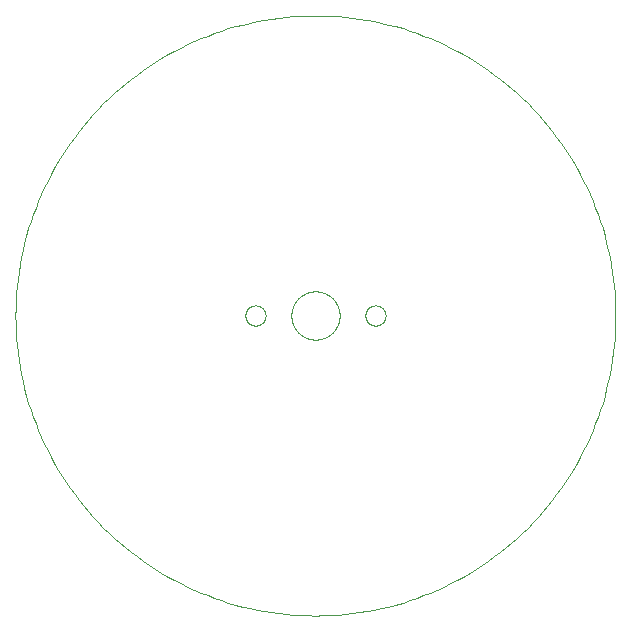
<source format=gko>
G75*
%MOIN*%
%OFA0B0*%
%FSLAX25Y25*%
%IPPOS*%
%LPD*%
%AMOC8*
5,1,8,0,0,1.08239X$1,22.5*
%
%ADD10C,0.00300*%
%ADD11C,0.00000*%
D10*
X0003300Y0103300D02*
X0003330Y0105754D01*
X0003420Y0108207D01*
X0003571Y0110656D01*
X0003782Y0113102D01*
X0004052Y0115541D01*
X0004382Y0117973D01*
X0004772Y0120396D01*
X0005221Y0122809D01*
X0005730Y0125210D01*
X0006297Y0127598D01*
X0006922Y0129971D01*
X0007606Y0132328D01*
X0008347Y0134668D01*
X0009146Y0136989D01*
X0010001Y0139290D01*
X0010912Y0141568D01*
X0011879Y0143824D01*
X0012901Y0146056D01*
X0013978Y0148261D01*
X0015108Y0150440D01*
X0016291Y0152590D01*
X0017527Y0154710D01*
X0018815Y0156800D01*
X0020153Y0158857D01*
X0021542Y0160881D01*
X0022979Y0162870D01*
X0024465Y0164823D01*
X0025999Y0166739D01*
X0027579Y0168617D01*
X0029205Y0170456D01*
X0030875Y0172254D01*
X0032589Y0174011D01*
X0034346Y0175725D01*
X0036144Y0177395D01*
X0037983Y0179021D01*
X0039861Y0180601D01*
X0041777Y0182135D01*
X0043730Y0183621D01*
X0045719Y0185058D01*
X0047743Y0186447D01*
X0049800Y0187785D01*
X0051890Y0189073D01*
X0054010Y0190309D01*
X0056160Y0191492D01*
X0058339Y0192622D01*
X0060544Y0193699D01*
X0062776Y0194721D01*
X0065032Y0195688D01*
X0067310Y0196599D01*
X0069611Y0197454D01*
X0071932Y0198253D01*
X0074272Y0198994D01*
X0076629Y0199678D01*
X0079002Y0200303D01*
X0081390Y0200870D01*
X0083791Y0201379D01*
X0086204Y0201828D01*
X0088627Y0202218D01*
X0091059Y0202548D01*
X0093498Y0202818D01*
X0095944Y0203029D01*
X0098393Y0203180D01*
X0100846Y0203270D01*
X0103300Y0203300D01*
X0105754Y0203270D01*
X0108207Y0203180D01*
X0110656Y0203029D01*
X0113102Y0202818D01*
X0115541Y0202548D01*
X0117973Y0202218D01*
X0120396Y0201828D01*
X0122809Y0201379D01*
X0125210Y0200870D01*
X0127598Y0200303D01*
X0129971Y0199678D01*
X0132328Y0198994D01*
X0134668Y0198253D01*
X0136989Y0197454D01*
X0139290Y0196599D01*
X0141568Y0195688D01*
X0143824Y0194721D01*
X0146056Y0193699D01*
X0148261Y0192622D01*
X0150440Y0191492D01*
X0152590Y0190309D01*
X0154710Y0189073D01*
X0156800Y0187785D01*
X0158857Y0186447D01*
X0160881Y0185058D01*
X0162870Y0183621D01*
X0164823Y0182135D01*
X0166739Y0180601D01*
X0168617Y0179021D01*
X0170456Y0177395D01*
X0172254Y0175725D01*
X0174011Y0174011D01*
X0175725Y0172254D01*
X0177395Y0170456D01*
X0179021Y0168617D01*
X0180601Y0166739D01*
X0182135Y0164823D01*
X0183621Y0162870D01*
X0185058Y0160881D01*
X0186447Y0158857D01*
X0187785Y0156800D01*
X0189073Y0154710D01*
X0190309Y0152590D01*
X0191492Y0150440D01*
X0192622Y0148261D01*
X0193699Y0146056D01*
X0194721Y0143824D01*
X0195688Y0141568D01*
X0196599Y0139290D01*
X0197454Y0136989D01*
X0198253Y0134668D01*
X0198994Y0132328D01*
X0199678Y0129971D01*
X0200303Y0127598D01*
X0200870Y0125210D01*
X0201379Y0122809D01*
X0201828Y0120396D01*
X0202218Y0117973D01*
X0202548Y0115541D01*
X0202818Y0113102D01*
X0203029Y0110656D01*
X0203180Y0108207D01*
X0203270Y0105754D01*
X0203300Y0103300D01*
X0203270Y0100846D01*
X0203180Y0098393D01*
X0203029Y0095944D01*
X0202818Y0093498D01*
X0202548Y0091059D01*
X0202218Y0088627D01*
X0201828Y0086204D01*
X0201379Y0083791D01*
X0200870Y0081390D01*
X0200303Y0079002D01*
X0199678Y0076629D01*
X0198994Y0074272D01*
X0198253Y0071932D01*
X0197454Y0069611D01*
X0196599Y0067310D01*
X0195688Y0065032D01*
X0194721Y0062776D01*
X0193699Y0060544D01*
X0192622Y0058339D01*
X0191492Y0056160D01*
X0190309Y0054010D01*
X0189073Y0051890D01*
X0187785Y0049800D01*
X0186447Y0047743D01*
X0185058Y0045719D01*
X0183621Y0043730D01*
X0182135Y0041777D01*
X0180601Y0039861D01*
X0179021Y0037983D01*
X0177395Y0036144D01*
X0175725Y0034346D01*
X0174011Y0032589D01*
X0172254Y0030875D01*
X0170456Y0029205D01*
X0168617Y0027579D01*
X0166739Y0025999D01*
X0164823Y0024465D01*
X0162870Y0022979D01*
X0160881Y0021542D01*
X0158857Y0020153D01*
X0156800Y0018815D01*
X0154710Y0017527D01*
X0152590Y0016291D01*
X0150440Y0015108D01*
X0148261Y0013978D01*
X0146056Y0012901D01*
X0143824Y0011879D01*
X0141568Y0010912D01*
X0139290Y0010001D01*
X0136989Y0009146D01*
X0134668Y0008347D01*
X0132328Y0007606D01*
X0129971Y0006922D01*
X0127598Y0006297D01*
X0125210Y0005730D01*
X0122809Y0005221D01*
X0120396Y0004772D01*
X0117973Y0004382D01*
X0115541Y0004052D01*
X0113102Y0003782D01*
X0110656Y0003571D01*
X0108207Y0003420D01*
X0105754Y0003330D01*
X0103300Y0003300D01*
X0100846Y0003330D01*
X0098393Y0003420D01*
X0095944Y0003571D01*
X0093498Y0003782D01*
X0091059Y0004052D01*
X0088627Y0004382D01*
X0086204Y0004772D01*
X0083791Y0005221D01*
X0081390Y0005730D01*
X0079002Y0006297D01*
X0076629Y0006922D01*
X0074272Y0007606D01*
X0071932Y0008347D01*
X0069611Y0009146D01*
X0067310Y0010001D01*
X0065032Y0010912D01*
X0062776Y0011879D01*
X0060544Y0012901D01*
X0058339Y0013978D01*
X0056160Y0015108D01*
X0054010Y0016291D01*
X0051890Y0017527D01*
X0049800Y0018815D01*
X0047743Y0020153D01*
X0045719Y0021542D01*
X0043730Y0022979D01*
X0041777Y0024465D01*
X0039861Y0025999D01*
X0037983Y0027579D01*
X0036144Y0029205D01*
X0034346Y0030875D01*
X0032589Y0032589D01*
X0030875Y0034346D01*
X0029205Y0036144D01*
X0027579Y0037983D01*
X0025999Y0039861D01*
X0024465Y0041777D01*
X0022979Y0043730D01*
X0021542Y0045719D01*
X0020153Y0047743D01*
X0018815Y0049800D01*
X0017527Y0051890D01*
X0016291Y0054010D01*
X0015108Y0056160D01*
X0013978Y0058339D01*
X0012901Y0060544D01*
X0011879Y0062776D01*
X0010912Y0065032D01*
X0010001Y0067310D01*
X0009146Y0069611D01*
X0008347Y0071932D01*
X0007606Y0074272D01*
X0006922Y0076629D01*
X0006297Y0079002D01*
X0005730Y0081390D01*
X0005221Y0083791D01*
X0004772Y0086204D01*
X0004382Y0088627D01*
X0004052Y0091059D01*
X0003782Y0093498D01*
X0003571Y0095944D01*
X0003420Y0098393D01*
X0003330Y0100846D01*
X0003300Y0103300D01*
D11*
X0079940Y0103300D02*
X0079942Y0103415D01*
X0079948Y0103531D01*
X0079958Y0103645D01*
X0079972Y0103760D01*
X0079989Y0103874D01*
X0080011Y0103987D01*
X0080037Y0104100D01*
X0080066Y0104211D01*
X0080099Y0104322D01*
X0080136Y0104431D01*
X0080177Y0104539D01*
X0080221Y0104646D01*
X0080269Y0104750D01*
X0080321Y0104854D01*
X0080376Y0104955D01*
X0080434Y0105054D01*
X0080496Y0105152D01*
X0080562Y0105247D01*
X0080630Y0105340D01*
X0080702Y0105430D01*
X0080776Y0105518D01*
X0080854Y0105603D01*
X0080934Y0105686D01*
X0081018Y0105766D01*
X0081104Y0105843D01*
X0081192Y0105917D01*
X0081283Y0105987D01*
X0081377Y0106055D01*
X0081472Y0106120D01*
X0081570Y0106181D01*
X0081670Y0106238D01*
X0081772Y0106292D01*
X0081876Y0106343D01*
X0081981Y0106390D01*
X0082088Y0106434D01*
X0082196Y0106473D01*
X0082306Y0106510D01*
X0082416Y0106542D01*
X0082528Y0106570D01*
X0082641Y0106595D01*
X0082754Y0106615D01*
X0082869Y0106632D01*
X0082983Y0106645D01*
X0083098Y0106654D01*
X0083213Y0106659D01*
X0083329Y0106660D01*
X0083444Y0106657D01*
X0083559Y0106650D01*
X0083674Y0106639D01*
X0083789Y0106624D01*
X0083902Y0106606D01*
X0084016Y0106583D01*
X0084128Y0106556D01*
X0084239Y0106526D01*
X0084349Y0106492D01*
X0084458Y0106454D01*
X0084566Y0106412D01*
X0084672Y0106367D01*
X0084776Y0106318D01*
X0084879Y0106266D01*
X0084980Y0106210D01*
X0085079Y0106150D01*
X0085176Y0106088D01*
X0085270Y0106022D01*
X0085363Y0105952D01*
X0085452Y0105880D01*
X0085540Y0105805D01*
X0085624Y0105726D01*
X0085706Y0105645D01*
X0085785Y0105561D01*
X0085862Y0105474D01*
X0085935Y0105385D01*
X0086005Y0105294D01*
X0086072Y0105200D01*
X0086135Y0105103D01*
X0086195Y0105005D01*
X0086252Y0104905D01*
X0086305Y0104802D01*
X0086355Y0104698D01*
X0086401Y0104592D01*
X0086444Y0104485D01*
X0086483Y0104377D01*
X0086518Y0104267D01*
X0086549Y0104156D01*
X0086577Y0104044D01*
X0086600Y0103931D01*
X0086620Y0103817D01*
X0086636Y0103703D01*
X0086648Y0103588D01*
X0086656Y0103473D01*
X0086660Y0103358D01*
X0086660Y0103242D01*
X0086656Y0103127D01*
X0086648Y0103012D01*
X0086636Y0102897D01*
X0086620Y0102783D01*
X0086600Y0102669D01*
X0086577Y0102556D01*
X0086549Y0102444D01*
X0086518Y0102333D01*
X0086483Y0102223D01*
X0086444Y0102115D01*
X0086401Y0102008D01*
X0086355Y0101902D01*
X0086305Y0101798D01*
X0086252Y0101695D01*
X0086195Y0101595D01*
X0086135Y0101497D01*
X0086072Y0101400D01*
X0086005Y0101306D01*
X0085935Y0101215D01*
X0085862Y0101126D01*
X0085785Y0101039D01*
X0085706Y0100955D01*
X0085624Y0100874D01*
X0085540Y0100795D01*
X0085452Y0100720D01*
X0085363Y0100648D01*
X0085270Y0100578D01*
X0085176Y0100512D01*
X0085079Y0100450D01*
X0084980Y0100390D01*
X0084879Y0100334D01*
X0084776Y0100282D01*
X0084672Y0100233D01*
X0084566Y0100188D01*
X0084458Y0100146D01*
X0084349Y0100108D01*
X0084239Y0100074D01*
X0084128Y0100044D01*
X0084016Y0100017D01*
X0083902Y0099994D01*
X0083789Y0099976D01*
X0083674Y0099961D01*
X0083559Y0099950D01*
X0083444Y0099943D01*
X0083329Y0099940D01*
X0083213Y0099941D01*
X0083098Y0099946D01*
X0082983Y0099955D01*
X0082869Y0099968D01*
X0082754Y0099985D01*
X0082641Y0100005D01*
X0082528Y0100030D01*
X0082416Y0100058D01*
X0082306Y0100090D01*
X0082196Y0100127D01*
X0082088Y0100166D01*
X0081981Y0100210D01*
X0081876Y0100257D01*
X0081772Y0100308D01*
X0081670Y0100362D01*
X0081570Y0100419D01*
X0081472Y0100480D01*
X0081377Y0100545D01*
X0081283Y0100613D01*
X0081192Y0100683D01*
X0081104Y0100757D01*
X0081018Y0100834D01*
X0080934Y0100914D01*
X0080854Y0100997D01*
X0080776Y0101082D01*
X0080702Y0101170D01*
X0080630Y0101260D01*
X0080562Y0101353D01*
X0080496Y0101448D01*
X0080434Y0101546D01*
X0080376Y0101645D01*
X0080321Y0101746D01*
X0080269Y0101850D01*
X0080221Y0101954D01*
X0080177Y0102061D01*
X0080136Y0102169D01*
X0080099Y0102278D01*
X0080066Y0102389D01*
X0080037Y0102500D01*
X0080011Y0102613D01*
X0079989Y0102726D01*
X0079972Y0102840D01*
X0079958Y0102955D01*
X0079948Y0103069D01*
X0079942Y0103185D01*
X0079940Y0103300D01*
X0095250Y0103300D02*
X0095252Y0103498D01*
X0095260Y0103695D01*
X0095272Y0103892D01*
X0095289Y0104089D01*
X0095311Y0104285D01*
X0095337Y0104481D01*
X0095369Y0104676D01*
X0095405Y0104870D01*
X0095446Y0105064D01*
X0095491Y0105256D01*
X0095542Y0105447D01*
X0095597Y0105637D01*
X0095656Y0105825D01*
X0095721Y0106012D01*
X0095789Y0106197D01*
X0095863Y0106381D01*
X0095941Y0106562D01*
X0096023Y0106742D01*
X0096110Y0106919D01*
X0096201Y0107095D01*
X0096296Y0107268D01*
X0096395Y0107439D01*
X0096499Y0107607D01*
X0096607Y0107772D01*
X0096718Y0107935D01*
X0096834Y0108095D01*
X0096954Y0108253D01*
X0097077Y0108407D01*
X0097204Y0108558D01*
X0097335Y0108706D01*
X0097470Y0108851D01*
X0097608Y0108992D01*
X0097749Y0109130D01*
X0097894Y0109265D01*
X0098042Y0109396D01*
X0098193Y0109523D01*
X0098347Y0109646D01*
X0098505Y0109766D01*
X0098665Y0109882D01*
X0098828Y0109993D01*
X0098993Y0110101D01*
X0099161Y0110205D01*
X0099332Y0110304D01*
X0099505Y0110399D01*
X0099681Y0110490D01*
X0099858Y0110577D01*
X0100038Y0110659D01*
X0100219Y0110737D01*
X0100403Y0110811D01*
X0100588Y0110879D01*
X0100775Y0110944D01*
X0100963Y0111003D01*
X0101153Y0111058D01*
X0101344Y0111109D01*
X0101536Y0111154D01*
X0101730Y0111195D01*
X0101924Y0111231D01*
X0102119Y0111263D01*
X0102315Y0111289D01*
X0102511Y0111311D01*
X0102708Y0111328D01*
X0102905Y0111340D01*
X0103102Y0111348D01*
X0103300Y0111350D01*
X0103498Y0111348D01*
X0103695Y0111340D01*
X0103892Y0111328D01*
X0104089Y0111311D01*
X0104285Y0111289D01*
X0104481Y0111263D01*
X0104676Y0111231D01*
X0104870Y0111195D01*
X0105064Y0111154D01*
X0105256Y0111109D01*
X0105447Y0111058D01*
X0105637Y0111003D01*
X0105825Y0110944D01*
X0106012Y0110879D01*
X0106197Y0110811D01*
X0106381Y0110737D01*
X0106562Y0110659D01*
X0106742Y0110577D01*
X0106919Y0110490D01*
X0107095Y0110399D01*
X0107268Y0110304D01*
X0107439Y0110205D01*
X0107607Y0110101D01*
X0107772Y0109993D01*
X0107935Y0109882D01*
X0108095Y0109766D01*
X0108253Y0109646D01*
X0108407Y0109523D01*
X0108558Y0109396D01*
X0108706Y0109265D01*
X0108851Y0109130D01*
X0108992Y0108992D01*
X0109130Y0108851D01*
X0109265Y0108706D01*
X0109396Y0108558D01*
X0109523Y0108407D01*
X0109646Y0108253D01*
X0109766Y0108095D01*
X0109882Y0107935D01*
X0109993Y0107772D01*
X0110101Y0107607D01*
X0110205Y0107439D01*
X0110304Y0107268D01*
X0110399Y0107095D01*
X0110490Y0106919D01*
X0110577Y0106742D01*
X0110659Y0106562D01*
X0110737Y0106381D01*
X0110811Y0106197D01*
X0110879Y0106012D01*
X0110944Y0105825D01*
X0111003Y0105637D01*
X0111058Y0105447D01*
X0111109Y0105256D01*
X0111154Y0105064D01*
X0111195Y0104870D01*
X0111231Y0104676D01*
X0111263Y0104481D01*
X0111289Y0104285D01*
X0111311Y0104089D01*
X0111328Y0103892D01*
X0111340Y0103695D01*
X0111348Y0103498D01*
X0111350Y0103300D01*
X0111348Y0103102D01*
X0111340Y0102905D01*
X0111328Y0102708D01*
X0111311Y0102511D01*
X0111289Y0102315D01*
X0111263Y0102119D01*
X0111231Y0101924D01*
X0111195Y0101730D01*
X0111154Y0101536D01*
X0111109Y0101344D01*
X0111058Y0101153D01*
X0111003Y0100963D01*
X0110944Y0100775D01*
X0110879Y0100588D01*
X0110811Y0100403D01*
X0110737Y0100219D01*
X0110659Y0100038D01*
X0110577Y0099858D01*
X0110490Y0099681D01*
X0110399Y0099505D01*
X0110304Y0099332D01*
X0110205Y0099161D01*
X0110101Y0098993D01*
X0109993Y0098828D01*
X0109882Y0098665D01*
X0109766Y0098505D01*
X0109646Y0098347D01*
X0109523Y0098193D01*
X0109396Y0098042D01*
X0109265Y0097894D01*
X0109130Y0097749D01*
X0108992Y0097608D01*
X0108851Y0097470D01*
X0108706Y0097335D01*
X0108558Y0097204D01*
X0108407Y0097077D01*
X0108253Y0096954D01*
X0108095Y0096834D01*
X0107935Y0096718D01*
X0107772Y0096607D01*
X0107607Y0096499D01*
X0107439Y0096395D01*
X0107268Y0096296D01*
X0107095Y0096201D01*
X0106919Y0096110D01*
X0106742Y0096023D01*
X0106562Y0095941D01*
X0106381Y0095863D01*
X0106197Y0095789D01*
X0106012Y0095721D01*
X0105825Y0095656D01*
X0105637Y0095597D01*
X0105447Y0095542D01*
X0105256Y0095491D01*
X0105064Y0095446D01*
X0104870Y0095405D01*
X0104676Y0095369D01*
X0104481Y0095337D01*
X0104285Y0095311D01*
X0104089Y0095289D01*
X0103892Y0095272D01*
X0103695Y0095260D01*
X0103498Y0095252D01*
X0103300Y0095250D01*
X0103102Y0095252D01*
X0102905Y0095260D01*
X0102708Y0095272D01*
X0102511Y0095289D01*
X0102315Y0095311D01*
X0102119Y0095337D01*
X0101924Y0095369D01*
X0101730Y0095405D01*
X0101536Y0095446D01*
X0101344Y0095491D01*
X0101153Y0095542D01*
X0100963Y0095597D01*
X0100775Y0095656D01*
X0100588Y0095721D01*
X0100403Y0095789D01*
X0100219Y0095863D01*
X0100038Y0095941D01*
X0099858Y0096023D01*
X0099681Y0096110D01*
X0099505Y0096201D01*
X0099332Y0096296D01*
X0099161Y0096395D01*
X0098993Y0096499D01*
X0098828Y0096607D01*
X0098665Y0096718D01*
X0098505Y0096834D01*
X0098347Y0096954D01*
X0098193Y0097077D01*
X0098042Y0097204D01*
X0097894Y0097335D01*
X0097749Y0097470D01*
X0097608Y0097608D01*
X0097470Y0097749D01*
X0097335Y0097894D01*
X0097204Y0098042D01*
X0097077Y0098193D01*
X0096954Y0098347D01*
X0096834Y0098505D01*
X0096718Y0098665D01*
X0096607Y0098828D01*
X0096499Y0098993D01*
X0096395Y0099161D01*
X0096296Y0099332D01*
X0096201Y0099505D01*
X0096110Y0099681D01*
X0096023Y0099858D01*
X0095941Y0100038D01*
X0095863Y0100219D01*
X0095789Y0100403D01*
X0095721Y0100588D01*
X0095656Y0100775D01*
X0095597Y0100963D01*
X0095542Y0101153D01*
X0095491Y0101344D01*
X0095446Y0101536D01*
X0095405Y0101730D01*
X0095369Y0101924D01*
X0095337Y0102119D01*
X0095311Y0102315D01*
X0095289Y0102511D01*
X0095272Y0102708D01*
X0095260Y0102905D01*
X0095252Y0103102D01*
X0095250Y0103300D01*
X0119940Y0103300D02*
X0119942Y0103415D01*
X0119948Y0103531D01*
X0119958Y0103645D01*
X0119972Y0103760D01*
X0119989Y0103874D01*
X0120011Y0103987D01*
X0120037Y0104100D01*
X0120066Y0104211D01*
X0120099Y0104322D01*
X0120136Y0104431D01*
X0120177Y0104539D01*
X0120221Y0104646D01*
X0120269Y0104750D01*
X0120321Y0104854D01*
X0120376Y0104955D01*
X0120434Y0105054D01*
X0120496Y0105152D01*
X0120562Y0105247D01*
X0120630Y0105340D01*
X0120702Y0105430D01*
X0120776Y0105518D01*
X0120854Y0105603D01*
X0120934Y0105686D01*
X0121018Y0105766D01*
X0121104Y0105843D01*
X0121192Y0105917D01*
X0121283Y0105987D01*
X0121377Y0106055D01*
X0121472Y0106120D01*
X0121570Y0106181D01*
X0121670Y0106238D01*
X0121772Y0106292D01*
X0121876Y0106343D01*
X0121981Y0106390D01*
X0122088Y0106434D01*
X0122196Y0106473D01*
X0122306Y0106510D01*
X0122416Y0106542D01*
X0122528Y0106570D01*
X0122641Y0106595D01*
X0122754Y0106615D01*
X0122869Y0106632D01*
X0122983Y0106645D01*
X0123098Y0106654D01*
X0123213Y0106659D01*
X0123329Y0106660D01*
X0123444Y0106657D01*
X0123559Y0106650D01*
X0123674Y0106639D01*
X0123789Y0106624D01*
X0123902Y0106606D01*
X0124016Y0106583D01*
X0124128Y0106556D01*
X0124239Y0106526D01*
X0124349Y0106492D01*
X0124458Y0106454D01*
X0124566Y0106412D01*
X0124672Y0106367D01*
X0124776Y0106318D01*
X0124879Y0106266D01*
X0124980Y0106210D01*
X0125079Y0106150D01*
X0125176Y0106088D01*
X0125270Y0106022D01*
X0125363Y0105952D01*
X0125452Y0105880D01*
X0125540Y0105805D01*
X0125624Y0105726D01*
X0125706Y0105645D01*
X0125785Y0105561D01*
X0125862Y0105474D01*
X0125935Y0105385D01*
X0126005Y0105294D01*
X0126072Y0105200D01*
X0126135Y0105103D01*
X0126195Y0105005D01*
X0126252Y0104905D01*
X0126305Y0104802D01*
X0126355Y0104698D01*
X0126401Y0104592D01*
X0126444Y0104485D01*
X0126483Y0104377D01*
X0126518Y0104267D01*
X0126549Y0104156D01*
X0126577Y0104044D01*
X0126600Y0103931D01*
X0126620Y0103817D01*
X0126636Y0103703D01*
X0126648Y0103588D01*
X0126656Y0103473D01*
X0126660Y0103358D01*
X0126660Y0103242D01*
X0126656Y0103127D01*
X0126648Y0103012D01*
X0126636Y0102897D01*
X0126620Y0102783D01*
X0126600Y0102669D01*
X0126577Y0102556D01*
X0126549Y0102444D01*
X0126518Y0102333D01*
X0126483Y0102223D01*
X0126444Y0102115D01*
X0126401Y0102008D01*
X0126355Y0101902D01*
X0126305Y0101798D01*
X0126252Y0101695D01*
X0126195Y0101595D01*
X0126135Y0101497D01*
X0126072Y0101400D01*
X0126005Y0101306D01*
X0125935Y0101215D01*
X0125862Y0101126D01*
X0125785Y0101039D01*
X0125706Y0100955D01*
X0125624Y0100874D01*
X0125540Y0100795D01*
X0125452Y0100720D01*
X0125363Y0100648D01*
X0125270Y0100578D01*
X0125176Y0100512D01*
X0125079Y0100450D01*
X0124980Y0100390D01*
X0124879Y0100334D01*
X0124776Y0100282D01*
X0124672Y0100233D01*
X0124566Y0100188D01*
X0124458Y0100146D01*
X0124349Y0100108D01*
X0124239Y0100074D01*
X0124128Y0100044D01*
X0124016Y0100017D01*
X0123902Y0099994D01*
X0123789Y0099976D01*
X0123674Y0099961D01*
X0123559Y0099950D01*
X0123444Y0099943D01*
X0123329Y0099940D01*
X0123213Y0099941D01*
X0123098Y0099946D01*
X0122983Y0099955D01*
X0122869Y0099968D01*
X0122754Y0099985D01*
X0122641Y0100005D01*
X0122528Y0100030D01*
X0122416Y0100058D01*
X0122306Y0100090D01*
X0122196Y0100127D01*
X0122088Y0100166D01*
X0121981Y0100210D01*
X0121876Y0100257D01*
X0121772Y0100308D01*
X0121670Y0100362D01*
X0121570Y0100419D01*
X0121472Y0100480D01*
X0121377Y0100545D01*
X0121283Y0100613D01*
X0121192Y0100683D01*
X0121104Y0100757D01*
X0121018Y0100834D01*
X0120934Y0100914D01*
X0120854Y0100997D01*
X0120776Y0101082D01*
X0120702Y0101170D01*
X0120630Y0101260D01*
X0120562Y0101353D01*
X0120496Y0101448D01*
X0120434Y0101546D01*
X0120376Y0101645D01*
X0120321Y0101746D01*
X0120269Y0101850D01*
X0120221Y0101954D01*
X0120177Y0102061D01*
X0120136Y0102169D01*
X0120099Y0102278D01*
X0120066Y0102389D01*
X0120037Y0102500D01*
X0120011Y0102613D01*
X0119989Y0102726D01*
X0119972Y0102840D01*
X0119958Y0102955D01*
X0119948Y0103069D01*
X0119942Y0103185D01*
X0119940Y0103300D01*
M02*

</source>
